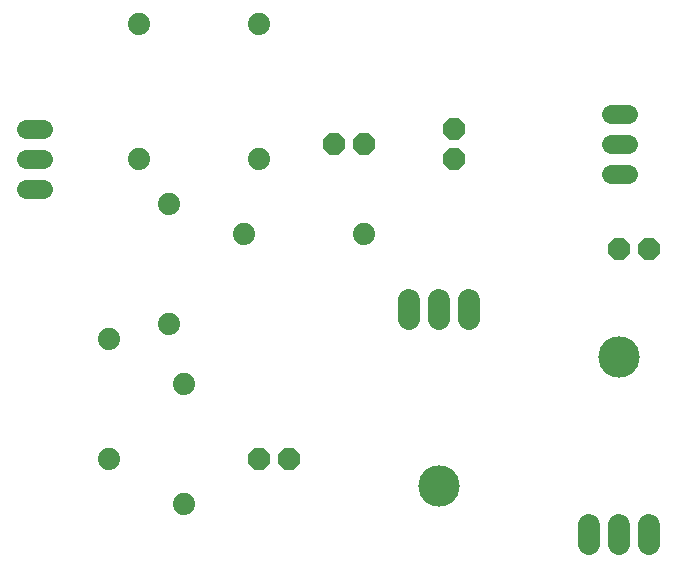
<source format=gbr>
G04 EAGLE Gerber RS-274X export*
G75*
%MOMM*%
%FSLAX34Y34*%
%LPD*%
%INSoldermask Bottom*%
%IPPOS*%
%AMOC8*
5,1,8,0,0,1.08239X$1,22.5*%
G01*
%ADD10C,1.625600*%
%ADD11P,1.951982X8X202.500000*%
%ADD12P,1.951982X8X292.500000*%
%ADD13P,1.951982X8X22.500000*%
%ADD14C,1.879600*%
%ADD15C,1.879600*%
%ADD16C,3.505200*%


D10*
X578612Y368300D02*
X564388Y368300D01*
X564388Y393700D02*
X578612Y393700D01*
X578612Y419100D02*
X564388Y419100D01*
D11*
X596900Y304800D03*
X571500Y304800D03*
D12*
X431800Y406400D03*
X431800Y381000D03*
D13*
X330200Y393700D03*
X355600Y393700D03*
X266700Y127000D03*
X292100Y127000D03*
D14*
X266700Y381000D03*
X165100Y381000D03*
X190500Y241300D03*
X190500Y342900D03*
X139700Y127000D03*
X139700Y228600D03*
X203200Y88900D03*
X203200Y190500D03*
X266700Y495300D03*
X165100Y495300D03*
X355600Y317500D03*
X254000Y317500D03*
D10*
X83312Y406400D02*
X69088Y406400D01*
X69088Y381000D02*
X83312Y381000D01*
X83312Y355600D02*
X69088Y355600D01*
D15*
X546100Y71882D02*
X546100Y55118D01*
X571500Y55118D02*
X571500Y71882D01*
X596900Y71882D02*
X596900Y55118D01*
D16*
X571500Y213360D03*
D15*
X444500Y245618D02*
X444500Y262382D01*
X419100Y262382D02*
X419100Y245618D01*
X393700Y245618D02*
X393700Y262382D01*
D16*
X419100Y104140D03*
M02*

</source>
